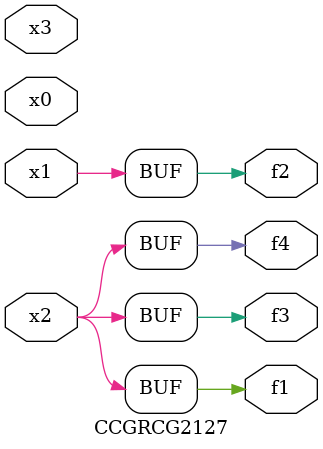
<source format=v>
module CCGRCG2127(
	input x0, x1, x2, x3,
	output f1, f2, f3, f4
);
	assign f1 = x2;
	assign f2 = x1;
	assign f3 = x2;
	assign f4 = x2;
endmodule

</source>
